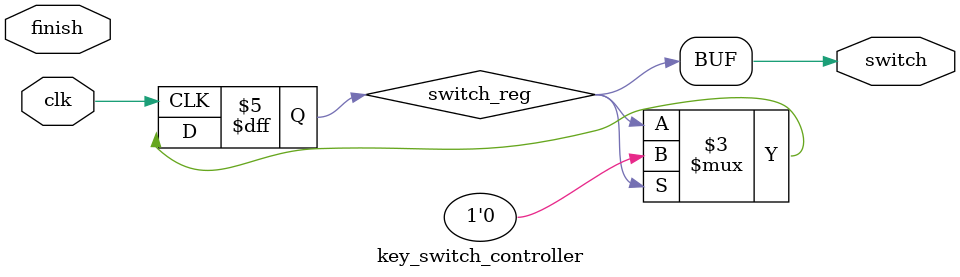
<source format=v>
`timescale 1ns / 1ps


module key_switch_controller(
    input clk, finish,
    output switch
    );
    
    //very dumb switching logic for now
    reg switch_reg = 1'b1;
    assign switch = switch_reg;
    always @ (posedge clk) begin
        if (switch_reg) begin
            switch_reg <= 1'b0;
        end
    end
endmodule

</source>
